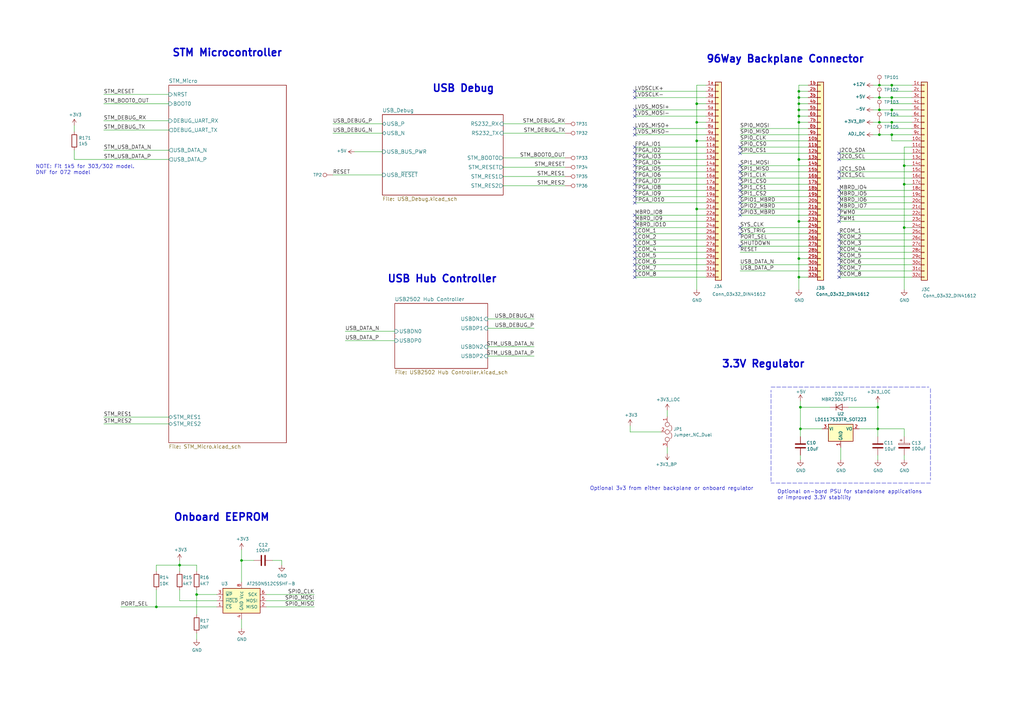
<source format=kicad_sch>
(kicad_sch (version 20211123) (generator eeschema)
  (paper "A3")
  (title_block (title "HILTOP Board Template Design") (date "2022-11-03") (company "Devtank Ltd"))
  (lib_symbols
    (symbol "Devtank:+3V3_BP" (power) (pin_names (offset 0))
      (property "Value" "+3V3_BP" (at 0 3.556 0))
      (symbol "+3V3_BP_1_1"
        (pin power_in line (at 0 0 90) (length 0) hide (name "+3V3_BP") (number "1"))
      )
    )
    (symbol "Devtank:+3V3_LOC" (power) (pin_names (offset 0))
      (property "Value" "+3V3_LOC" (at 0 3.556 0))
      (symbol "+3V3_LOC_1_1"
        (pin power_in line (at 0 0 90) (length 0) hide (name "+3V3_LOC") (number "1"))
      )
    )
    (symbol "Devtank:-5V" (power) (pin_names (offset 0))
      (property "Value" "-5V" (at 0 3.556 0))
      (symbol "-5V_1_1"
        (pin power_in line (at 0 0 90) (length 0) hide (name "-5V") (number "1"))
      )
    )
    (symbol "Devtank:ADJ_DC" (power) (pin_names (offset 0))
      (property "Value" "ADJ_DC" (at 0 3.556 0))
      (symbol "ADJ_DC_1_1"
        (pin power_in line (at 0 0 90) (length 0) hide (name "ADJ_DC") (number "1"))
      )
    )
    (symbol "Sensi_Board-rescue:AT25_EEPROM-memory" (pin_names (offset 1.016))
      (property "Reference" "U" (at -7.62 6.35 0))
      (property "Value" "AT25_EEPROM-memory" (at 1.27 6.35 0))
      (symbol "AT25_EEPROM-memory_1_1"
        (pin input line (at -10.16 -2.54 0) (length 2.54) (name "~{CS}") (number "1"))
        (pin input line (at 10.16 -2.54 180) (length 2.54) (name "MISO") (number "2"))
        (pin input line (at -10.16 2.54 0) (length 2.54) (name "~{WP}") (number "3"))
        (pin power_in line (at 0 -7.62 90) (length 2.54) (name "GND") (number "4"))
        (pin input line (at 10.16 0 180) (length 2.54) (name "MOSI") (number "5"))
        (pin input line (at 10.16 2.54 180) (length 2.54) (name "SCK") (number "6"))
        (pin input line (at -10.16 0 0) (length 2.54) (name "~{HOLD}") (number "7"))
        (pin power_in line (at 0 7.62 270) (length 2.54) (name "Vcc") (number "8"))
      )
    )
    (symbol "Sensi_Board-rescue:C-device" (pin_numbers hide) (pin_names (offset 0.254))
      (property "Reference" "C" (at 0.635 2.54 0))
      (property "Value" "C-device" (at 0.635 -2.54 0))
      (symbol "C-device_1_1"
        (pin passive line (at 0 3.81 270) (length 2.794) (name "~") (number "1"))
        (pin passive line (at 0 -3.81 90) (length 2.794) (name "~") (number "2"))
      )
    )
    (symbol "Sensi_Board-rescue:CP-device" (pin_numbers hide) (pin_names (offset 0.254))
      (property "Reference" "C" (at 0.635 2.54 0))
      (property "Value" "CP-device" (at 0.635 -2.54 0))
      (symbol "CP-device_1_1"
        (pin passive line (at 0 3.81 270) (length 2.794) (name "~") (number "1"))
        (pin passive line (at 0 -3.81 90) (length 2.794) (name "~") (number "2"))
      )
    )
    (symbol "Sensi_Board-rescue:Conn_03x32_DIN41612-Devtank" (pin_names (offset 1.016) hide)
      (property "Reference" "J" (at 0 40.64 0))
      (property "Value" "Conn_03x32_DIN41612-Devtank" (at 0 -43.18 0))
      (symbol "Conn_03x32_DIN41612-Devtank_1_1"
        (pin passive line (at -5.08 15.24 0) (length 3.81) (name "Pin_10") (number "10a"))
        (pin passive line (at -5.08 12.7 0) (length 3.81) (name "Pin_11") (number "11a"))
        (pin passive line (at -5.08 10.16 0) (length 3.81) (name "Pin_12") (number "12a"))
        (pin passive line (at -5.08 7.62 0) (length 3.81) (name "Pin_13") (number "13a"))
        (pin passive line (at -5.08 5.08 0) (length 3.81) (name "Pin_14") (number "14a"))
        (pin passive line (at -5.08 2.54 0) (length 3.81) (name "Pin_15") (number "15a"))
        (pin passive line (at -5.08 0 0) (length 3.81) (name "Pin_16") (number "16a"))
        (pin passive line (at -5.08 -2.54 0) (length 3.81) (name "Pin_17") (number "17a"))
        (pin passive line (at -5.08 -5.08 0) (length 3.81) (name "Pin_18") (number "18a"))
        (pin passive line (at -5.08 -7.62 0) (length 3.81) (name "Pin_19") (number "19a"))
        (pin passive line (at -5.08 38.1 0) (length 3.81) (name "Pin_1") (number "1a"))
        (pin passive line (at -5.08 -10.16 0) (length 3.81) (name "Pin_20") (number "20a"))
        (pin passive line (at -5.08 -12.7 0) (length 3.81) (name "Pin_21") (number "21a"))
        (pin passive line (at -5.08 -15.24 0) (length 3.81) (name "Pin_22") (number "22a"))
        (pin passive line (at -5.08 -17.78 0) (length 3.81) (name "Pin_23") (number "23a"))
        (pin passive line (at -5.08 -20.32 0) (length 3.81) (name "Pin_24") (number "24a"))
        (pin passive line (at -5.08 -22.86 0) (length 3.81) (name "Pin_25") (number "25a"))
        (pin passive line (at -5.08 -25.4 0) (length 3.81) (name "Pin_26") (number "26a"))
        (pin passive line (at -5.08 -27.94 0) (length 3.81) (name "Pin_27") (number "27a"))
        (pin passive line (at -5.08 -30.48 0) (length 3.81) (name "Pin_28") (number "28a"))
        (pin passive line (at -5.08 -33.02 0) (length 3.81) (name "Pin_29") (number "29a"))
        (pin passive line (at -5.08 35.56 0) (length 3.81) (name "Pin_2") (number "2a"))
        (pin passive line (at -5.08 -35.56 0) (length 3.81) (name "Pin_30") (number "30a"))
        (pin passive line (at -5.08 -38.1 0) (length 3.81) (name "Pin_31") (number "31a"))
        (pin passive line (at -5.08 -40.64 0) (length 3.81) (name "Pin_32") (number "32a"))
        (pin passive line (at -5.08 33.02 0) (length 3.81) (name "Pin_3") (number "3a"))
        (pin passive line (at -5.08 30.48 0) (length 3.81) (name "Pin_4") (number "4a"))
        (pin passive line (at -5.08 27.94 0) (length 3.81) (name "Pin_5") (number "5a"))
        (pin passive line (at -5.08 25.4 0) (length 3.81) (name "Pin_6") (number "6a"))
        (pin passive line (at -5.08 22.86 0) (length 3.81) (name "Pin_7") (number "7a"))
        (pin passive line (at -5.08 20.32 0) (length 3.81) (name "Pin_8") (number "8a"))
        (pin passive line (at -5.08 17.78 0) (length 3.81) (name "Pin_9") (number "9a"))
      )
      (symbol "Conn_03x32_DIN41612-Devtank_2_1"
        (pin passive line (at -5.08 15.24 0) (length 3.81) (name "Pin_10") (number "10b"))
        (pin passive line (at -5.08 12.7 0) (length 3.81) (name "Pin_11") (number "11b"))
        (pin passive line (at -5.08 10.16 0) (length 3.81) (name "Pin_12") (number "12b"))
        (pin passive line (at -5.08 7.62 0) (length 3.81) (name "Pin_13") (number "13b"))
        (pin passive line (at -5.08 5.08 0) (length 3.81) (name "Pin_14") (number "14b"))
        (pin passive line (at -5.08 2.54 0) (length 3.81) (name "Pin_15") (number "15b"))
        (pin passive line (at -5.08 0 0) (length 3.81) (name "Pin_16") (number "16b"))
        (pin passive line (at -5.08 -2.54 0) (length 3.81) (name "Pin_17") (number "17b"))
        (pin passive line (at -5.08 -5.08 0) (length 3.81) (name "Pin_18") (number "18b"))
        (pin passive line (at -5.08 -7.62 0) (length 3.81) (name "Pin_19") (number "19b"))
        (pin passive line (at -5.08 38.1 0) (length 3.81) (name "Pin_1") (number "1b"))
        (pin passive line (at -5.08 -10.16 0) (length 3.81) (name "Pin_20") (number "20b"))
        (pin passive line (at -5.08 -12.7 0) (length 3.81) (name "Pin_21") (number "21b"))
        (pin passive line (at -5.08 -15.24 0) (length 3.81) (name "Pin_22") (number "22b"))
        (pin passive line (at -5.08 -17.78 0) (length 3.81) (name "Pin_23") (number "23b"))
        (pin passive line (at -5.08 -20.32 0) (length 3.81) (name "Pin_24") (number "24b"))
        (pin passive line (at -5.08 -22.86 0) (length 3.81) (name "Pin_25") (number "25b"))
        (pin passive line (at -5.08 -25.4 0) (length 3.81) (name "Pin_26") (number "26b"))
        (pin passive line (at -5.08 -27.94 0) (length 3.81) (name "Pin_27") (number "27b"))
        (pin passive line (at -5.08 -30.48 0) (length 3.81) (name "Pin_28") (number "28b"))
        (pin passive line (at -5.08 -33.02 0) (length 3.81) (name "Pin_29") (number "29b"))
        (pin passive line (at -5.08 35.56 0) (length 3.81) (name "Pin_2") (number "2b"))
        (pin passive line (at -5.08 -35.56 0) (length 3.81) (name "Pin_30") (number "30b"))
        (pin passive line (at -5.08 -38.1 0) (length 3.81) (name "Pin_31") (number "31b"))
        (pin passive line (at -5.08 -40.64 0) (length 3.81) (name "Pin_32") (number "32b"))
        (pin passive line (at -5.08 33.02 0) (length 3.81) (name "Pin_3") (number "3b"))
        (pin passive line (at -5.08 30.48 0) (length 3.81) (name "Pin_4") (number "4b"))
        (pin passive line (at -5.08 27.94 0) (length 3.81) (name "Pin_5") (number "5b"))
        (pin passive line (at -5.08 25.4 0) (length 3.81) (name "Pin_6") (number "6b"))
        (pin passive line (at -5.08 22.86 0) (length 3.81) (name "Pin_7") (number "7b"))
        (pin passive line (at -5.08 20.32 0) (length 3.81) (name "Pin_8") (number "8b"))
        (pin passive line (at -5.08 17.78 0) (length 3.81) (name "Pin_9") (number "9b"))
      )
      (symbol "Conn_03x32_DIN41612-Devtank_3_1"
        (pin passive line (at -5.08 15.24 0) (length 3.81) (name "Pin_10") (number "10c"))
        (pin passive line (at -5.08 12.7 0) (length 3.81) (name "Pin_11") (number "11c"))
        (pin passive line (at -5.08 10.16 0) (length 3.81) (name "Pin_12") (number "12c"))
        (pin passive line (at -5.08 7.62 0) (length 3.81) (name "Pin_13") (number "13c"))
        (pin passive line (at -5.08 5.08 0) (length 3.81) (name "Pin_14") (number "14c"))
        (pin passive line (at -5.08 2.54 0) (length 3.81) (name "Pin_15") (number "15c"))
        (pin passive line (at -5.08 0 0) (length 3.81) (name "Pin_16") (number "16c"))
        (pin passive line (at -5.08 -2.54 0) (length 3.81) (name "Pin_17") (number "17c"))
        (pin passive line (at -5.08 -5.08 0) (length 3.81) (name "Pin_18") (number "18c"))
        (pin passive line (at -5.08 -7.62 0) (length 3.81) (name "Pin_19") (number "19c"))
        (pin passive line (at -5.08 38.1 0) (length 3.81) (name "Pin_1") (number "1c"))
        (pin passive line (at -5.08 -10.16 0) (length 3.81) (name "Pin_20") (number "20c"))
        (pin passive line (at -5.08 -12.7 0) (length 3.81) (name "Pin_21") (number "21c"))
        (pin passive line (at -5.08 -15.24 0) (length 3.81) (name "Pin_22") (number "22c"))
        (pin passive line (at -5.08 -17.78 0) (length 3.81) (name "Pin_23") (number "23c"))
        (pin passive line (at -5.08 -20.32 0) (length 3.81) (name "Pin_24") (number "24c"))
        (pin passive line (at -5.08 -22.86 0) (length 3.81) (name "Pin_25") (number "25c"))
        (pin passive line (at -5.08 -25.4 0) (length 3.81) (name "Pin_26") (number "26c"))
        (pin passive line (at -5.08 -27.94 0) (length 3.81) (name "Pin_27") (number "27c"))
        (pin passive line (at -5.08 -30.48 0) (length 3.81) (name "Pin_28") (number "28c"))
        (pin passive line (at -5.08 -33.02 0) (length 3.81) (name "Pin_29") (number "29c"))
        (pin passive line (at -5.08 35.56 0) (length 3.81) (name "Pin_2") (number "2c"))
        (pin passive line (at -5.08 -35.56 0) (length 3.81) (name "Pin_30") (number "30c"))
        (pin passive line (at -5.08 -38.1 0) (length 3.81) (name "Pin_31") (number "31c"))
        (pin passive line (at -5.08 -40.64 0) (length 3.81) (name "Pin_32") (number "32c"))
        (pin passive line (at -5.08 33.02 0) (length 3.81) (name "Pin_3") (number "3c"))
        (pin passive line (at -5.08 30.48 0) (length 3.81) (name "Pin_4") (number "4c"))
        (pin passive line (at -5.08 27.94 0) (length 3.81) (name "Pin_5") (number "5c"))
        (pin passive line (at -5.08 25.4 0) (length 3.81) (name "Pin_6") (number "6c"))
        (pin passive line (at -5.08 22.86 0) (length 3.81) (name "Pin_7") (number "7c"))
        (pin passive line (at -5.08 20.32 0) (length 3.81) (name "Pin_8") (number "8c"))
        (pin passive line (at -5.08 17.78 0) (length 3.81) (name "Pin_9") (number "9c"))
      )
    )
    (symbol "Sensi_Board-rescue:D-device" (pin_numbers hide) (pin_names (offset 1.016) hide)
      (property "Reference" "D" (at 0 2.54 0))
      (property "Value" "D-device" (at 0 -2.54 0))
      (symbol "D-device_1_1"
        (pin passive line (at -3.81 0 0) (length 2.54) (name "K") (number "1"))
        (pin passive line (at 3.81 0 180) (length 2.54) (name "A") (number "2"))
      )
    )
    (symbol "Sensi_Board-rescue:Jumper_NC_Dual-device" (pin_names (offset 0.762) hide)
      (property "Reference" "JP" (at 1.27 -2.54 0))
      (property "Value" "Jumper_NC_Dual-device" (at 0 2.54 0))
      (symbol "Jumper_NC_Dual-device_0_1"
        (pin passive line (at -6.35 0 0) (length 2.413) (name "1") (number "1"))
        (pin passive line (at 0 -2.54 90) (length 1.524) (name "2") (number "2"))
        (pin passive line (at 6.35 0 180) (length 2.413) (name "3") (number "3"))
      )
    )
    (symbol "Sensi_Board-rescue:LD1117S33TR_SOT223-regul" (pin_names (offset 0.254))
      (property "Reference" "U" (at -3.81 3.175 0))
      (property "Value" "LD1117S33TR_SOT223-regul" (at 0 3.175 0))
      (symbol "LD1117S33TR_SOT223-regul_1_1"
        (pin power_in line (at 0 -7.62 90) (length 2.54) (name "GND") (number "1"))
        (pin passive line (at 7.62 0 180) (length 2.54) (name "VO") (number "2"))
        (pin power_in line (at -7.62 0 0) (length 2.54) (name "VI") (number "3"))
      )
    )
    (symbol "Sensi_Board-rescue:R-device" (pin_numbers hide) (pin_names (offset 0))
      (property "Reference" "R" (at 2.032 0 90))
      (property "Value" "R-device" (at 0 0 90))
      (symbol "R-device_1_1"
        (pin passive line (at 0 3.81 270) (length 1.27) (name "~") (number "1"))
        (pin passive line (at 0 -3.81 90) (length 1.27) (name "~") (number "2"))
      )
    )
    (symbol "Sensi_Board-rescue:Test_Point-Connector" (pin_numbers hide) (pin_names (offset 0.762) hide)
      (property "Reference" "TP" (at 0 6.858 0))
      (property "Value" "Test_Point-Connector" (at 0 5.08 0))
      (symbol "Test_Point-Connector_1_1"
        (pin passive line (at 0 0 90) (length 2.54) (name "1") (number "1"))
      )
    )
    (symbol "power:+12V" (power) (pin_names (offset 0))
      (property "Value" "+12V" (at 0 3.556 0))
      (symbol "+12V_1_1"
        (pin power_in line (at 0 0 90) (length 0) hide (name "+12V") (number "1"))
      )
    )
    (symbol "power:+3V3" (power) (pin_names (offset 0))
      (property "Value" "+3V3" (at 0 3.556 0))
      (symbol "+3V3_1_1"
        (pin power_in line (at 0 0 90) (length 0) hide (name "+3V3") (number "1"))
      )
    )
    (symbol "power:+5V" (power) (pin_names (offset 0))
      (property "Value" "+5V" (at 0 3.556 0))
      (symbol "+5V_1_1"
        (pin power_in line (at 0 0 90) (length 0) hide (name "+5V") (number "1"))
      )
    )
    (symbol "power:GND" (power) (pin_names (offset 0))
      (property "Value" "GND" (at 0 -3.81 0))
      (symbol "GND_1_1"
        (pin power_in line (at 0 0 270) (length 0) hide (name "GND") (number "1"))
      )
    )
    (symbol "power:PWR_FLAG" (power) (pin_numbers hide) (pin_names (offset 0) hide)
      (property "Value" "PWR_FLAG" (at 0 3.81 0))
      (symbol "PWR_FLAG_0_0"
        (pin power_out line (at 0 0 90) (length 0) (name "pwr") (number "1"))
      )
    )
  )
  (junction (at 285.75 50.165))
  (junction (at 327.66 42.545))
  (junction (at 360.68 45.085))
  (junction (at 365.76 34.925))
  (junction (at 327.66 45.085))
  (junction (at 365.76 55.245))
  (junction (at 327.66 65.405))
  (junction (at 370.84 67.945))
  (junction (at 327.66 47.625))
  (junction (at 99.06 229.87))
  (junction (at 360.045 175.895))
  (junction (at 360.68 50.165))
  (junction (at 327.66 106.045))
  (junction (at 328.295 175.895))
  (junction (at 360.68 34.925))
  (junction (at 285.75 42.545))
  (junction (at 365.76 40.005))
  (junction (at 327.66 90.805))
  (junction (at 365.76 50.165))
  (junction (at 370.84 93.345))
  (junction (at 327.66 113.665))
  (junction (at 360.68 40.005))
  (junction (at 370.84 75.565))
  (junction (at 285.75 85.725))
  (junction (at 73.66 231.775))
  (junction (at 327.66 40.005))
  (junction (at 360.045 167.005))
  (junction (at 327.66 50.165))
  (junction (at 327.66 37.465))
  (junction (at 80.645 243.84))
  (junction (at 64.135 248.92))
  (junction (at 328.295 167.005))
  (junction (at 285.75 57.785))
  (junction (at 365.76 45.085))
  (junction (at 360.68 55.245))
  (no_connect (at 260.35 55.245))
  (no_connect (at 303.53 85.725))
  (no_connect (at 303.53 80.645))
  (no_connect (at 303.53 100.965))
  (no_connect (at 260.35 93.345))
  (no_connect (at 260.35 98.425))
  (no_connect (at 260.35 108.585))
  (no_connect (at 260.35 65.405))
  (no_connect (at 260.35 52.705))
  (no_connect (at 344.17 70.485))
  (no_connect (at 303.53 78.105))
  (no_connect (at 344.17 103.505))
  (no_connect (at 260.35 70.485))
  (no_connect (at 303.53 95.885))
  (no_connect (at 303.53 83.185))
  (no_connect (at 344.17 83.185))
  (no_connect (at 344.17 113.665))
  (no_connect (at 303.53 93.345))
  (no_connect (at 344.17 78.105))
  (no_connect (at 303.53 67.945))
  (no_connect (at 260.35 113.665))
  (no_connect (at 344.17 73.025))
  (no_connect (at 260.35 95.885))
  (no_connect (at 303.53 73.025))
  (no_connect (at 260.35 88.265))
  (no_connect (at 344.17 85.725))
  (no_connect (at 260.35 90.805))
  (no_connect (at 260.35 60.325))
  (no_connect (at 260.35 73.025))
  (no_connect (at 260.35 37.465))
  (no_connect (at 260.35 100.965))
  (no_connect (at 260.35 47.625))
  (no_connect (at 303.53 60.325))
  (no_connect (at 260.35 103.505))
  (no_connect (at 260.35 106.045))
  (no_connect (at 260.35 40.005))
  (no_connect (at 344.17 80.645))
  (no_connect (at 260.35 111.125))
  (no_connect (at 303.53 88.265))
  (no_connect (at 344.17 100.965))
  (no_connect (at 260.35 78.105))
  (no_connect (at 260.35 67.945))
  (no_connect (at 344.17 65.405))
  (no_connect (at 344.17 95.885))
  (no_connect (at 344.17 106.045))
  (no_connect (at 303.53 75.565))
  (no_connect (at 344.17 90.805))
  (no_connect (at 260.35 83.185))
  (no_connect (at 260.35 80.645))
  (no_connect (at 260.35 45.085))
  (no_connect (at 303.53 70.485))
  (no_connect (at 344.17 88.265))
  (no_connect (at 260.35 62.865))
  (no_connect (at 260.35 75.565))
  (no_connect (at 344.17 62.865))
  (no_connect (at 344.17 111.125))
  (no_connect (at 344.17 108.585))
  (no_connect (at 344.17 98.425))
  (no_connect (at 303.53 62.865))
  (wire (pts (xy 360.68 40.005) (xy 365.76 40.005)))
  (wire (pts (xy 30.48 53.975) (xy 30.48 51.435)))
  (wire (pts (xy 374.015 57.785) (xy 365.76 57.785)))
  (wire (pts (xy 80.645 234.315) (xy 80.645 231.775)))
  (wire (pts (xy 260.35 83.185) (xy 289.56 83.185)))
  (wire (pts (xy 327.66 106.045) (xy 327.66 113.665)))
  (wire (pts (xy 200.025 130.81) (xy 219.075 130.81)))
  (wire (pts (xy 340.36 167.005) (xy 328.295 167.005)))
  (wire (pts (xy 206.375 64.77) (xy 231.775 64.77)))
  (wire (pts (xy 374.015 95.885) (xy 344.17 95.885)))
  (polyline (pts (xy 381.635 159.385) (xy 381.635 196.85)))
  (wire (pts (xy 289.56 45.085) (xy 260.35 45.085)))
  (wire (pts (xy 370.84 67.945) (xy 370.84 60.325)))
  (wire (pts (xy 303.53 85.725) (xy 331.47 85.725)))
  (wire (pts (xy 303.53 100.965) (xy 331.47 100.965)))
  (wire (pts (xy 370.84 60.325) (xy 374.015 60.325)))
  (polyline (pts (xy 316.23 197.485) (xy 316.23 160.02)))
  (wire (pts (xy 289.56 37.465) (xy 260.35 37.465)))
  (wire (pts (xy 69.215 49.53) (xy 42.545 49.53)))
  (wire (pts (xy 331.47 47.625) (xy 327.66 47.625)))
  (wire (pts (xy 374.015 55.245) (xy 365.76 55.245)))
  (wire (pts (xy 344.17 113.665) (xy 374.015 113.665)))
  (wire (pts (xy 328.295 164.465) (xy 328.295 167.005)))
  (wire (pts (xy 80.645 252.095) (xy 80.645 243.84)))
  (wire (pts (xy 30.48 65.405) (xy 30.48 61.595)))
  (wire (pts (xy 303.53 93.345) (xy 331.47 93.345)))
  (wire (pts (xy 352.425 175.895) (xy 360.045 175.895)))
  (wire (pts (xy 374.015 45.085) (xy 365.76 45.085)))
  (wire (pts (xy 258.445 177.165) (xy 271.145 177.165)))
  (wire (pts (xy 289.56 40.005) (xy 260.35 40.005)))
  (wire (pts (xy 99.06 257.81) (xy 99.06 254)))
  (wire (pts (xy 370.84 188.595) (xy 370.84 186.69)))
  (wire (pts (xy 104.14 229.87) (xy 99.06 229.87)))
  (wire (pts (xy 331.47 37.465) (xy 327.66 37.465)))
  (wire (pts (xy 344.17 98.425) (xy 374.015 98.425)))
  (wire (pts (xy 303.53 98.425) (xy 331.47 98.425)))
  (wire (pts (xy 360.045 179.07) (xy 360.045 175.895)))
  (wire (pts (xy 327.66 40.005) (xy 327.66 42.545)))
  (wire (pts (xy 365.76 47.625) (xy 365.76 45.085)))
  (wire (pts (xy 303.53 103.505) (xy 331.47 103.505)))
  (wire (pts (xy 200.025 142.24) (xy 219.075 142.24)))
  (wire (pts (xy 273.685 168.275) (xy 273.685 170.815)))
  (wire (pts (xy 365.76 37.465) (xy 365.76 34.925)))
  (wire (pts (xy 303.53 57.785) (xy 331.47 57.785)))
  (wire (pts (xy 328.295 175.895) (xy 337.185 175.895)))
  (wire (pts (xy 289.56 50.165) (xy 285.75 50.165)))
  (wire (pts (xy 347.98 167.005) (xy 360.045 167.005)))
  (wire (pts (xy 365.76 55.245) (xy 360.68 55.245)))
  (wire (pts (xy 260.35 98.425) (xy 289.56 98.425)))
  (wire (pts (xy 285.75 85.725) (xy 285.75 118.745)))
  (wire (pts (xy 374.015 90.805) (xy 344.17 90.805)))
  (wire (pts (xy 360.68 34.925) (xy 365.76 34.925)))
  (wire (pts (xy 365.76 52.705) (xy 365.76 50.165)))
  (wire (pts (xy 289.56 95.885) (xy 260.35 95.885)))
  (polyline (pts (xy 381.635 198.12) (xy 316.23 198.12)))
  (wire (pts (xy 374.015 50.165) (xy 365.76 50.165)))
  (wire (pts (xy 303.53 83.185) (xy 331.47 83.185)))
  (wire (pts (xy 260.35 70.485) (xy 289.56 70.485)))
  (wire (pts (xy 64.135 231.775) (xy 73.66 231.775)))
  (wire (pts (xy 145.415 62.23) (xy 156.845 62.23)))
  (wire (pts (xy 80.645 243.84) (xy 80.645 241.935)))
  (wire (pts (xy 374.015 42.545) (xy 365.76 42.545)))
  (wire (pts (xy 200.025 146.05) (xy 219.075 146.05)))
  (wire (pts (xy 331.47 50.165) (xy 327.66 50.165)))
  (wire (pts (xy 285.75 34.925) (xy 285.75 42.545)))
  (wire (pts (xy 260.35 65.405) (xy 289.56 65.405)))
  (wire (pts (xy 327.66 50.165) (xy 327.66 65.405)))
  (wire (pts (xy 303.53 55.245) (xy 331.47 55.245)))
  (wire (pts (xy 69.215 42.545) (xy 42.545 42.545)))
  (wire (pts (xy 99.06 225.425) (xy 99.06 229.87)))
  (wire (pts (xy 42.545 171.069) (xy 69.215 171.069)))
  (wire (pts (xy 289.56 55.245) (xy 260.35 55.245)))
  (wire (pts (xy 289.56 34.925) (xy 285.75 34.925)))
  (wire (pts (xy 360.68 50.165) (xy 358.14 50.165)))
  (wire (pts (xy 99.06 229.87) (xy 99.06 238.76)))
  (wire (pts (xy 206.375 72.39) (xy 231.775 72.39)))
  (wire (pts (xy 258.445 174.625) (xy 258.445 177.165)))
  (wire (pts (xy 370.84 93.345) (xy 370.84 75.565)))
  (wire (pts (xy 331.47 65.405) (xy 327.66 65.405)))
  (wire (pts (xy 289.56 108.585) (xy 260.35 108.585)))
  (wire (pts (xy 327.66 65.405) (xy 327.66 90.805)))
  (wire (pts (xy 303.53 52.705) (xy 331.47 52.705)))
  (wire (pts (xy 303.53 95.885) (xy 331.47 95.885)))
  (wire (pts (xy 64.135 241.935) (xy 64.135 248.92)))
  (wire (pts (xy 260.35 67.945) (xy 289.56 67.945)))
  (wire (pts (xy 88.9 243.84) (xy 80.645 243.84)))
  (wire (pts (xy 370.84 175.895) (xy 360.045 175.895)))
  (wire (pts (xy 161.925 139.7) (xy 141.605 139.7)))
  (wire (pts (xy 331.47 45.085) (xy 327.66 45.085)))
  (wire (pts (xy 109.22 246.38) (xy 128.905 246.38)))
  (wire (pts (xy 260.35 47.625) (xy 289.56 47.625)))
  (wire (pts (xy 327.66 37.465) (xy 327.66 40.005)))
  (wire (pts (xy 344.17 62.865) (xy 374.015 62.865)))
  (wire (pts (xy 365.76 42.545) (xy 365.76 40.005)))
  (wire (pts (xy 374.015 75.565) (xy 370.84 75.565)))
  (wire (pts (xy 80.645 262.255) (xy 80.645 259.715)))
  (wire (pts (xy 156.845 54.61) (xy 136.525 54.61)))
  (wire (pts (xy 370.84 75.565) (xy 370.84 67.945)))
  (wire (pts (xy 328.295 179.07) (xy 328.295 175.895)))
  (wire (pts (xy 365.76 45.085) (xy 360.68 45.085)))
  (wire (pts (xy 289.56 90.805) (xy 260.35 90.805)))
  (wire (pts (xy 374.015 88.265) (xy 344.17 88.265)))
  (wire (pts (xy 374.015 37.465) (xy 365.76 37.465)))
  (wire (pts (xy 285.75 50.165) (xy 285.75 57.785)))
  (wire (pts (xy 109.22 248.92) (xy 128.905 248.92)))
  (wire (pts (xy 327.66 90.805) (xy 327.66 106.045)))
  (wire (pts (xy 327.66 113.665) (xy 327.66 118.745)))
  (wire (pts (xy 260.35 80.645) (xy 289.56 80.645)))
  (wire (pts (xy 49.53 248.92) (xy 64.135 248.92)))
  (wire (pts (xy 289.56 57.785) (xy 285.75 57.785)))
  (wire (pts (xy 331.47 113.665) (xy 327.66 113.665)))
  (wire (pts (xy 260.35 78.105) (xy 289.56 78.105)))
  (wire (pts (xy 69.215 38.735) (xy 42.545 38.735)))
  (wire (pts (xy 374.015 85.725) (xy 344.17 85.725)))
  (wire (pts (xy 374.015 52.705) (xy 365.76 52.705)))
  (wire (pts (xy 64.135 234.315) (xy 64.135 231.775)))
  (wire (pts (xy 365.76 34.925) (xy 374.015 34.925)))
  (wire (pts (xy 327.66 42.545) (xy 327.66 45.085)))
  (wire (pts (xy 289.56 85.725) (xy 285.75 85.725)))
  (wire (pts (xy 42.545 61.595) (xy 69.215 61.595)))
  (wire (pts (xy 115.57 231.775) (xy 115.57 229.87)))
  (wire (pts (xy 358.14 34.925) (xy 360.68 34.925)))
  (wire (pts (xy 331.47 106.045) (xy 327.66 106.045)))
  (wire (pts (xy 303.53 108.585) (xy 331.47 108.585)))
  (wire (pts (xy 69.215 53.34) (xy 42.545 53.34)))
  (wire (pts (xy 360.045 167.005) (xy 360.045 165.1)))
  (wire (pts (xy 73.66 231.775) (xy 73.66 234.315)))
  (wire (pts (xy 374.015 70.485) (xy 344.17 70.485)))
  (wire (pts (xy 360.045 175.895) (xy 360.045 167.005)))
  (wire (pts (xy 331.47 42.545) (xy 327.66 42.545)))
  (wire (pts (xy 331.47 90.805) (xy 327.66 90.805)))
  (wire (pts (xy 303.53 78.105) (xy 331.47 78.105)))
  (wire (pts (xy 206.375 76.2) (xy 231.775 76.2)))
  (wire (pts (xy 260.35 75.565) (xy 289.56 75.565)))
  (wire (pts (xy 374.015 40.005) (xy 365.76 40.005)))
  (wire (pts (xy 285.75 42.545) (xy 285.75 50.165)))
  (wire (pts (xy 365.76 57.785) (xy 365.76 55.245)))
  (wire (pts (xy 303.53 70.485) (xy 331.47 70.485)))
  (wire (pts (xy 360.68 45.085) (xy 358.14 45.085)))
  (wire (pts (xy 206.375 54.61) (xy 231.775 54.61)))
  (wire (pts (xy 289.56 103.505) (xy 260.35 103.505)))
  (wire (pts (xy 358.14 40.005) (xy 360.68 40.005)))
  (wire (pts (xy 156.845 71.755) (xy 136.525 71.755)))
  (wire (pts (xy 289.56 113.665) (xy 260.35 113.665)))
  (wire (pts (xy 73.66 246.38) (xy 88.9 246.38)))
  (polyline (pts (xy 316.23 158.75) (xy 381 158.75)))
  (wire (pts (xy 289.56 42.545) (xy 285.75 42.545)))
  (wire (pts (xy 374.015 93.345) (xy 370.84 93.345)))
  (wire (pts (xy 303.53 75.565) (xy 331.47 75.565)))
  (wire (pts (xy 344.17 106.045) (xy 374.015 106.045)))
  (wire (pts (xy 365.76 50.165) (xy 360.68 50.165)))
  (wire (pts (xy 327.66 47.625) (xy 327.66 50.165)))
  (wire (pts (xy 73.66 241.935) (xy 73.66 246.38)))
  (wire (pts (xy 260.35 62.865) (xy 289.56 62.865)))
  (wire (pts (xy 206.375 68.58) (xy 231.775 68.58)))
  (wire (pts (xy 344.17 108.585) (xy 374.015 108.585)))
  (wire (pts (xy 328.295 186.69) (xy 328.295 188.595)))
  (wire (pts (xy 109.22 243.84) (xy 128.905 243.84)))
  (wire (pts (xy 161.925 135.89) (xy 141.605 135.89)))
  (wire (pts (xy 64.135 248.92) (xy 88.9 248.92)))
  (wire (pts (xy 73.66 229.87) (xy 73.66 231.775)))
  (wire (pts (xy 303.53 60.325) (xy 331.47 60.325)))
  (wire (pts (xy 344.17 73.025) (xy 374.015 73.025)))
  (wire (pts (xy 289.56 106.045) (xy 260.35 106.045)))
  (wire (pts (xy 303.53 67.945) (xy 331.47 67.945)))
  (wire (pts (xy 374.015 78.105) (xy 344.17 78.105)))
  (wire (pts (xy 289.56 93.345) (xy 260.35 93.345)))
  (wire (pts (xy 344.805 188.595) (xy 344.805 183.515)))
  (wire (pts (xy 370.84 118.745) (xy 370.84 93.345)))
  (wire (pts (xy 374.015 47.625) (xy 365.76 47.625)))
  (wire (pts (xy 285.75 57.785) (xy 285.75 85.725)))
  (wire (pts (xy 80.645 231.775) (xy 73.66 231.775)))
  (wire (pts (xy 289.56 111.125) (xy 260.35 111.125)))
  (wire (pts (xy 374.015 83.185) (xy 344.17 83.185)))
  (wire (pts (xy 289.56 88.265) (xy 260.35 88.265)))
  (wire (pts (xy 303.53 88.265) (xy 331.47 88.265)))
  (wire (pts (xy 327.66 34.925) (xy 327.66 37.465)))
  (wire (pts (xy 344.17 111.125) (xy 374.015 111.125)))
  (wire (pts (xy 303.53 111.125) (xy 331.47 111.125)))
  (wire (pts (xy 374.015 67.945) (xy 370.84 67.945)))
  (wire (pts (xy 360.045 186.69) (xy 360.045 188.595)))
  (wire (pts (xy 360.68 55.245) (xy 358.14 55.245)))
  (wire (pts (xy 303.53 73.025) (xy 331.47 73.025)))
  (wire (pts (xy 260.35 52.705) (xy 289.56 52.705)))
  (wire (pts (xy 370.84 179.07) (xy 370.84 175.895)))
  (wire (pts (xy 260.35 60.325) (xy 289.56 60.325)))
  (wire (pts (xy 206.375 50.8) (xy 231.775 50.8)))
  (wire (pts (xy 30.48 65.405) (xy 69.215 65.405)))
  (wire (pts (xy 42.545 173.863) (xy 69.215 173.863)))
  (wire (pts (xy 111.76 229.87) (xy 115.57 229.87)))
  (wire (pts (xy 273.685 183.515) (xy 273.685 186.055)))
  (wire (pts (xy 331.47 34.925) (xy 327.66 34.925)))
  (wire (pts (xy 303.53 80.645) (xy 331.47 80.645)))
  (wire (pts (xy 200.025 134.62) (xy 219.075 134.62)))
  (wire (pts (xy 260.35 100.965) (xy 289.56 100.965)))
  (wire (pts (xy 344.17 100.965) (xy 374.015 100.965)))
  (wire (pts (xy 328.295 167.005) (xy 328.295 175.895)))
  (wire (pts (xy 331.47 40.005) (xy 327.66 40.005)))
  (wire (pts (xy 374.015 80.645) (xy 344.17 80.645)))
  (wire (pts (xy 344.17 65.405) (xy 374.015 65.405)))
  (wire (pts (xy 303.53 62.865) (xy 331.47 62.865)))
  (wire (pts (xy 156.845 50.8) (xy 136.525 50.8)))
  (wire (pts (xy 260.35 73.025) (xy 289.56 73.025)))
  (wire (pts (xy 344.17 103.505) (xy 374.015 103.505)))
  (wire (pts (xy 327.66 45.085) (xy 327.66 47.625)))
  (text "USB Debug" (at 177.165 38.1 0) (effects (font (size 2.9972 2.9972) (thickness 0.5994) bold) (justify left bottom)))
  (text "96Way Backplane Connector" (at 289.56 26.035 0) (effects (font (size 2.9972 2.9972) (thickness 0.5994) bold) (justify left bottom)))
  (text "Optional on-bord PSU for standalone applications\nor improved 3.3V stability" (at 318.77 205.105 0) (effects (font (size 1.524 1.524)) (justify left bottom)))
  (text "Onboard EEPROM\n" (at 71.12 213.995 0) (effects (font (size 2.9972 2.9972) (thickness 0.5994) bold) (justify left bottom)))
  (text "USB Hub Controller" (at 158.75 116.205 0) (effects (font (size 2.9972 2.9972) (thickness 0.5994) bold) (justify left bottom)))
  (text "NOTE: Fit 1k5 for 303/302 model. \nDNF for 072 model" (at 14.605 71.755 0) (effects (font (size 1.524 1.524)) (justify left bottom)))
  (text "STM Microcontroller\n" (at 70.485 23.495 0) (effects (font (size 2.9972 2.9972) (thickness 0.5994) bold) (justify left bottom)))
  (text "Optional 3v3 from either backplane or onboard regulator" (at 241.935 201.295 0) (effects (font (size 1.524 1.524)) (justify left bottom)))
  (text "3.3V Regulator\n" (at 295.91 151.13 0) (effects (font (size 2.9972 2.9972) (thickness 0.5994) bold) (justify left bottom)))
  (label "SPI1_MOSI" (at 303.53 67.945 0) (effects (font (size 1.524 1.524))))
  (label "FPGA_IO4" (at 260.35 67.945 0) (effects (font (size 1.524 1.524))))
  (label "LVDS_MISO-" (at 260.35 55.245 0) (effects (font (size 1.524 1.524))))
  (label "STM_DEBUG_TX" (at 231.775 54.61 180) (effects (font (size 1.524 1.524))))
  (label "STM_BOOT0_OUT" (at 231.775 64.77 180) (effects (font (size 1.524 1.524))))
  (label "GPIO1_MBRD" (at 303.53 83.185 0) (effects (font (size 1.524 1.524))))
  (label "USB_DEBUG_N" (at 136.525 54.61 0) (effects (font (size 1.524 1.524))))
  (label "SPI1_MISO" (at 303.53 70.485 0) (effects (font (size 1.524 1.524))))
  (label "LVDS_MOSI+" (at 260.35 45.085 0) (effects (font (size 1.524 1.524))))
  (label "LCOM_2" (at 260.35 98.425 0) (effects (font (size 1.524 1.524))))
  (label "STM_DEBUG_TX" (at 42.545 53.34 0) (effects (font (size 1.524 1.524))))
  (label "SPI0_CLK" (at 303.53 57.785 0) (effects (font (size 1.524 1.524))))
  (label "FPGA_IO8" (at 260.35 78.105 0) (effects (font (size 1.524 1.524))))
  (label "USB_DEBUG_P" (at 136.525 50.8 0) (effects (font (size 1.524 1.524))))
  (label "USB_DATA_P" (at 141.605 139.7 0) (effects (font (size 1.524 1.524))))
  (label "LVDS_MISO+" (at 260.35 52.705 0) (effects (font (size 1.524 1.524))))
  (label "SPI0_MOSI" (at 128.905 246.38 180) (effects (font (size 1.524 1.524))))
  (label "I2C0_SCL" (at 344.17 65.405 0) (effects (font (size 1.524 1.524))))
  (label "RCOM_7" (at 344.17 111.125 0) (effects (font (size 1.524 1.524))))
  (label "FPGA_IO10" (at 260.35 83.185 0) (effects (font (size 1.524 1.524))))
  (label "LVDSCLK-" (at 260.35 40.005 0) (effects (font (size 1.524 1.524))))
  (label "MBRD_IO7" (at 344.17 85.725 0) (effects (font (size 1.524 1.524))))
  (label "FPGA_IO1" (at 260.35 60.325 0) (effects (font (size 1.524 1.524))))
  (label "MBRD_IO4" (at 344.17 78.105 0) (effects (font (size 1.524 1.524))))
  (label "RCOM_2" (at 344.17 98.425 0) (effects (font (size 1.524 1.524))))
  (label "RESET" (at 136.525 71.755 0) (effects (font (size 1.524 1.524))))
  (label "LCOM_3" (at 260.35 100.965 0) (effects (font (size 1.524 1.524))))
  (label "LCOM_5" (at 260.35 106.045 0) (effects (font (size 1.524 1.524))))
  (label "STM_DEBUG_RX" (at 42.545 49.53 0) (effects (font (size 1.524 1.524))))
  (label "FPGA_IO5" (at 260.35 70.485 0) (effects (font (size 1.524 1.524))))
  (label "RCOM_1" (at 344.17 95.885 0) (effects (font (size 1.524 1.524))))
  (label "SPI1_CLK" (at 303.53 73.025 0) (effects (font (size 1.524 1.524))))
  (label "MBRD_IO5" (at 344.17 80.645 0) (effects (font (size 1.524 1.524))))
  (label "I2C0_SDA" (at 344.17 62.865 0) (effects (font (size 1.524 1.524))))
  (label "SPI0_MISO" (at 128.905 248.92 180) (effects (font (size 1.524 1.524))))
  (label "RESET" (at 303.53 103.505 0) (effects (font (size 1.524 1.524))))
  (label "SHUTDOWN" (at 303.53 100.965 0) (effects (font (size 1.524 1.524))))
  (label "STM_BOOT0_OUT" (at 42.545 42.545 0) (effects (font (size 1.524 1.524))))
  (label "STM_DEBUG_RX" (at 231.775 50.8 180) (effects (font (size 1.524 1.524))))
  (label "STM_RESET" (at 42.545 38.735 0) (effects (font (size 1.524 1.524))))
  (label "STM_USB_DATA_N" (at 219.075 142.24 180) (effects (font (size 1.524 1.524))))
  (label "MBRD_IO10" (at 260.35 93.345 0) (effects (font (size 1.524 1.524))))
  (label "USB_DATA_P" (at 303.53 111.125 0) (effects (font (size 1.524 1.524))))
  (label "RCOM_3" (at 344.17 100.965 0) (effects (font (size 1.524 1.524))))
  (label "LVDSCLK+" (at 260.35 37.465 0) (effects (font (size 1.524 1.524))))
  (label "I2C1_SCL" (at 344.17 73.025 0) (effects (font (size 1.524 1.524))))
  (label "MBRD_IO9" (at 260.35 90.805 0) (effects (font (size 1.524 1.524))))
  (label "RCOM_4" (at 344.17 103.505 0) (effects (font (size 1.524 1.524))))
  (label "LCOM_1" (at 260.35 95.885 0) (effects (font (size 1.524 1.524))))
  (label "STM_USB_DATA_N" (at 42.545 61.595 0) (effects (font (size 1.524 1.524))))
  (label "STM_RES2" (at 231.775 76.2 180) (effects (font (size 1.524 1.524))))
  (label "FPGA_IO9" (at 260.35 80.645 0) (effects (font (size 1.524 1.524))))
  (label "PWM1" (at 344.17 90.805 0) (effects (font (size 1.524 1.524))))
  (label "GPIO2_MBRD" (at 303.53 85.725 0) (effects (font (size 1.524 1.524))))
  (label "SPI0_MISO" (at 303.53 55.245 0) (effects (font (size 1.524 1.524))))
  (label "STM_RES2" (at 42.545 173.863 0) (effects (font (size 1.524 1.524))))
  (label "LCOM_7" (at 260.35 111.125 0) (effects (font (size 1.524 1.524))))
  (label "SPI1_CS0" (at 303.53 75.565 0) (effects (font (size 1.524 1.524))))
  (label "LCOM_8" (at 260.35 113.665 0) (effects (font (size 1.524 1.524))))
  (label "I2C1_SDA" (at 344.17 70.485 0) (effects (font (size 1.524 1.524))))
  (label "LCOM_6" (at 260.35 108.585 0) (effects (font (size 1.524 1.524))))
  (label "USB_DEBUG_N" (at 219.075 130.81 180) (effects (font (size 1.524 1.524))))
  (label "MBRD_IO8" (at 260.35 88.265 0) (effects (font (size 1.524 1.524))))
  (label "RCOM_6" (at 344.17 108.585 0) (effects (font (size 1.524 1.524))))
  (label "STM_RES1" (at 231.775 72.39 180) (effects (font (size 1.524 1.524))))
  (label "LVDS_MOSI-" (at 260.35 47.625 0) (effects (font (size 1.524 1.524))))
  (label "USB_DEBUG_P" (at 219.075 134.62 180) (effects (font (size 1.524 1.524))))
  (label "FPGA_IO7" (at 260.35 75.565 0) (effects (font (size 1.524 1.524))))
  (label "FPGA_IO2" (at 260.35 62.865 0) (effects (font (size 1.524 1.524))))
  (label "SPI0_CLK" (at 128.905 243.84 180) (effects (font (size 1.524 1.524))))
  (label "SPI1_CS1" (at 303.53 78.105 0) (effects (font (size 1.524 1.524))))
  (label "STM_RESET" (at 231.775 68.58 180) (effects (font (size 1.524 1.524))))
  (label "GPIO3_MBRD" (at 303.53 88.265 0) (effects (font (size 1.524 1.524))))
  (label "SPI0_CS0" (at 303.53 60.325 0) (effects (font (size 1.524 1.524))))
  (label "RCOM_8" (at 344.17 113.665 0) (effects (font (size 1.524 1.524))))
  (label "PWM0" (at 344.17 88.265 0) (effects (font (size 1.524 1.524))))
  (label "PORT_SEL" (at 49.53 248.92 0) (effects (font (size 1.524 1.524))))
  (label "FPGA_IO6" (at 260.35 73.025 0) (effects (font (size 1.524 1.524))))
  (label "SPI0_MOSI" (at 303.53 52.705 0) (effects (font (size 1.524 1.524))))
  (label "LCOM_4" (at 260.35 103.505 0) (effects (font (size 1.524 1.524))))
  (label "SPI1_CS2" (at 303.53 80.645 0) (effects (font (size 1.524 1.524))))
  (label "USB_DATA_N" (at 141.605 135.89 0) (effects (font (size 1.524 1.524))))
  (label "PORT_SEL" (at 303.53 98.425 0) (effects (font (size 1.524 1.524))))
  (label "USB_DATA_N" (at 303.53 108.585 0) (effects (font (size 1.524 1.524))))
  (label "SPI0_CS1" (at 303.53 62.865 0) (effects (font (size 1.524 1.524))))
  (label "STM_USB_DATA_P" (at 219.075 146.05 180) (effects (font (size 1.524 1.524))))
  (label "FPGA_IO3" (at 260.35 65.405 0) (effects (font (size 1.524 1.524))))
  (label "STM_USB_DATA_P" (at 42.545 65.405 0) (effects (font (size 1.524 1.524))))
  (label "STM_RES1" (at 42.545 171.069 0) (effects (font (size 1.524 1.524))))
  (label "MBRD_IO6" (at 344.17 83.185 0) (effects (font (size 1.524 1.524))))
  (label "SYS_TRIG" (at 303.53 95.885 0) (effects (font (size 1.524 1.524))))
  (label "RCOM_5" (at 344.17 106.045 0) (effects (font (size 1.524 1.524))))
  (label "SYS_CLK" (at 303.53 93.345 0) (effects (font (size 1.524 1.524))))
  (symbol (lib_id "Sensi_Board-rescue:Conn_03x32_DIN41612-Devtank") (at 294.64 73.025 0) (unit 1)
    (property "Reference" "J3" (at 292.735 117.475 0) (effects (justify left)))
    (property "Value" "Conn_03x32_DIN41612" (at 292.1 120.65 0) (effects (justify left)))
    (property "Footprint" "Devtank_PCB_Lib:Socket_DIN41612-CaseC1-full-Male-96Pin-3rows_correct" (effects hide))
    (property "Devtank" "717-002" (effects hide))
  )
  (symbol (lib_id "Sensi_Board-rescue:Conn_03x32_DIN41612-Devtank") (at 336.55 73.025 0) (unit 2)
    (property "Reference" "J3" (at 334.645 118.11 0) (effects (justify left)))
    (property "Value" "Conn_03x32_DIN41612" (at 334.645 120.65 0) (effects (justify left)))
    (property "Footprint" "Devtank_PCB_Lib:Socket_DIN41612-CaseC1-full-Male-96Pin-3rows_correct" (effects hide))
    (property "Devtank" "717-002" (effects hide))
  )
  (symbol (lib_id "Sensi_Board-rescue:Conn_03x32_DIN41612-Devtank") (at 379.095 73.025 0) (unit 3)
    (property "Reference" "J3" (at 377.825 118.745 0) (effects (justify left)))
    (property "Value" "Conn_03x32_DIN41612" (at 378.46 121.285 0) (effects (justify left)))
    (property "Footprint" "Devtank_PCB_Lib:Socket_DIN41612-CaseC1-full-Male-96Pin-3rows_correct" (effects hide))
    (property "Devtank" "717-002" (effects hide))
  )
  (symbol (lib_id "power:GND") (at 285.75 118.745 0) (unit 1)
    (property "Reference" "#PWR012" (effects hide))
    (property "Value" "GND" (at 285.877 123.1392 0))
  )
  (symbol (lib_id "power:+5V") (at 145.415 62.23 90) (unit 1)
    (property "Reference" "#PWR03" (effects hide))
    (property "Value" "+5V" (at 142.1638 61.849 90) (effects (justify left)))
  )
  (symbol (lib_id "power:GND") (at 327.66 118.745 0) (unit 1)
    (property "Reference" "#PWR014" (effects hide))
    (property "Value" "GND" (at 327.787 123.1392 0))
  )
  (symbol (lib_id "Sensi_Board-rescue:Test_Point-Connector") (at 360.68 34.925 0) (unit 1)
    (property "Reference" "TP101" (at 362.585 31.75 0) (effects (justify left)))
    (property "Value" "Test_Point" (effects hide))
    (property "Footprint" "TestPoint:TestPoint_THTPad_D1.0mm_Drill0.5mm" (effects hide))
  )
  (symbol (lib_id "Sensi_Board-rescue:Test_Point-Connector") (at 360.68 40.005 0) (unit 1)
    (property "Reference" "TP102" (at 362.585 36.83 0) (effects (justify left)))
    (property "Value" "Test_Point" (effects hide))
    (property "Footprint" "TestPoint:TestPoint_THTPad_D1.0mm_Drill0.5mm" (effects hide))
  )
  (symbol (lib_id "Sensi_Board-rescue:Test_Point-Connector") (at 360.68 45.085 0) (unit 1)
    (property "Reference" "TP103" (at 362.585 41.91 0) (effects (justify left)))
    (property "Value" "Test_Point" (effects hide))
    (property "Footprint" "TestPoint:TestPoint_THTPad_D1.0mm_Drill0.5mm" (effects hide))
  )
  (symbol (lib_id "Sensi_Board-rescue:Test_Point-Connector") (at 360.68 50.165 0) (unit 1)
    (property "Reference" "TP104" (at 362.585 46.99 0) (effects (justify left)))
    (property "Value" "Test_Point" (effects hide))
    (property "Footprint" "TestPoint:TestPoint_THTPad_D1.0mm_Drill0.5mm" (effects hide))
  )
  (symbol (lib_id "Sensi_Board-rescue:Test_Point-Connector") (at 360.68 55.245 0) (unit 1)
    (property "Reference" "TP105" (at 362.585 52.07 0) (effects (justify left)))
    (property "Value" "Test_Point" (effects hide))
    (property "Footprint" "TestPoint:TestPoint_THTPad_D1.0mm_Drill0.5mm" (effects hide))
  )
  (symbol (lib_id "Devtank:+3V3_BP") (at 358.14 50.165 90) (unit 1)
    (property "Reference" "#PWR019" (effects hide))
    (property "Value" "+3V3_BP" (at 354.8888 49.784 90) (effects (justify left)))
  )
  (symbol (lib_id "Devtank:ADJ_DC") (at 358.14 55.245 90) (unit 1)
    (property "Reference" "#PWR020" (effects hide))
    (property "Value" "ADJ_DC" (at 354.9142 54.864 90) (effects (justify left)))
  )
  (symbol (lib_id "power:GND") (at 370.84 118.745 0) (unit 1)
    (property "Reference" "#PWR022" (effects hide))
    (property "Value" "GND" (at 370.967 123.1392 0))
  )
  (symbol (lib_id "power:+3V3") (at 379.73 394.335 0) (unit 1)
    (property "Reference" "#PWR0103" (effects hide))
    (property "Value" "+3V3" (at 380.111 389.9408 0))
  )
  (symbol (lib_id "Devtank:+3V3_BP") (at 273.685 186.055 180) (unit 1)
    (property "Reference" "#PWR029" (effects hide))
    (property "Value" "+3V3_BP" (at 273.304 190.4492 0))
  )
  (symbol (lib_id "Sensi_Board-rescue:Jumper_NC_Dual-device") (at 273.685 177.165 270) (unit 1)
    (property "Reference" "JP1" (at 276.2504 175.9966 90) (effects (justify left)))
    (property "Value" "Jumper_NC_Dual" (at 276.2504 178.308 90) (effects (justify left)))
    (property "Footprint" "Connector_PinHeader_2.54mm:PinHeader_1x03_P2.54mm_Vertical" (effects hide))
    (property "Devtank" "710-014" (effects hide))
  )
  (symbol (lib_id "power:+3V3") (at 258.445 174.625 0) (unit 1)
    (property "Reference" "#PWR024" (effects hide))
    (property "Value" "+3V3" (at 258.826 170.2308 0))
  )
  (symbol (lib_id "power:GND") (at 368.935 394.335 180) (unit 1)
    (property "Reference" "#PWR0133" (effects hide))
    (property "Value" "GND" (at 368.808 389.9408 0))
  )
  (symbol (lib_id "power:+5V") (at 412.115 394.335 0) (unit 1)
    (property "Reference" "#PWR0204" (effects hide))
    (property "Value" "+5V" (at 412.496 389.9408 0))
  )
  (symbol (lib_id "Devtank:-5V") (at 422.91 394.335 0) (unit 1)
    (property "Reference" "#PWR0206" (effects hide))
    (property "Value" "-5V" (at 423.291 389.9408 0))
  )
  (symbol (lib_id "Devtank:+3V3_BP") (at 390.525 394.335 0) (unit 1)
    (property "Reference" "#PWR0248" (effects hide))
    (property "Value" "+3V3_BP" (at 390.906 389.9408 0))
  )
  (symbol (lib_id "Devtank:ADJ_DC") (at 443.865 394.335 0) (unit 1)
    (property "Reference" "#PWR0249" (effects hide))
    (property "Value" "ADJ_DC" (at 444.246 389.9408 0))
  )
  (symbol (lib_id "power:+12V") (at 433.07 394.335 0) (unit 1)
    (property "Reference" "#PWR0250" (effects hide))
    (property "Value" "+12V" (at 433.451 389.9408 0))
  )
  (symbol (lib_id "power:PWR_FLAG") (at 368.935 394.335 180) (unit 1)
    (property "Reference" "#FLG0104" (effects hide))
    (property "Value" "PWR_FLAG" (at 368.935 398.7292 0))
  )
  (symbol (lib_id "power:PWR_FLAG") (at 379.73 394.335 180) (unit 1)
    (property "Reference" "#FLG0105" (effects hide))
    (property "Value" "PWR_FLAG" (at 379.73 398.7292 0))
  )
  (symbol (lib_id "Devtank:+3V3_LOC") (at 360.045 165.1 0) (unit 1)
    (property "Reference" "#PWR044" (effects hide))
    (property "Value" "+3V3_LOC" (at 360.426 160.7058 0))
  )
  (symbol (lib_id "power:PWR_FLAG") (at 390.525 394.335 180) (unit 1)
    (property "Reference" "#FLG0106" (effects hide))
    (property "Value" "PWR_FLAG" (at 390.525 398.7292 0))
  )
  (symbol (lib_id "power:PWR_FLAG") (at 412.115 394.335 180) (unit 1)
    (property "Reference" "#FLG0107" (effects hide))
    (property "Value" "PWR_FLAG" (at 412.115 398.7292 0))
  )
  (symbol (lib_id "power:PWR_FLAG") (at 422.91 394.335 180) (unit 1)
    (property "Reference" "#FLG0108" (effects hide))
    (property "Value" "PWR_FLAG" (at 422.91 398.7292 0))
  )
  (symbol (lib_id "power:+12V") (at 358.14 34.925 90) (unit 1)
    (property "Reference" "#PWR016" (effects hide))
    (property "Value" "+12V" (at 354.8888 34.544 90) (effects (justify left)))
  )
  (symbol (lib_id "Devtank:-5V") (at 358.14 45.085 90) (unit 1)
    (property "Reference" "#PWR018" (effects hide))
    (property "Value" "-5V" (at 354.8888 44.704 90) (effects (justify left)))
  )
  (symbol (lib_id "power:+5V") (at 358.14 40.005 90) (unit 1)
    (property "Reference" "#PWR017" (effects hide))
    (property "Value" "+5V" (at 354.8888 39.624 90) (effects (justify left)))
  )
  (symbol (lib_id "power:PWR_FLAG") (at 433.07 394.335 180) (unit 1)
    (property "Reference" "#FLG0109" (effects hide))
    (property "Value" "PWR_FLAG" (at 433.07 398.7292 0))
  )
  (symbol (lib_id "power:PWR_FLAG") (at 443.865 394.335 180) (unit 1)
    (property "Reference" "#FLG0110" (effects hide))
    (property "Value" "PWR_FLAG" (at 443.865 398.7292 0))
  )
  (symbol (lib_id "Devtank:+3V3_LOC") (at 401.32 394.335 0) (unit 1)
    (property "Reference" "#PWR0252" (effects hide))
    (property "Value" "+3V3_LOC" (at 401.701 389.9408 0))
  )
  (symbol (lib_id "power:PWR_FLAG") (at 401.32 394.335 180) (unit 1)
    (property "Reference" "#FLG0101" (effects hide))
    (property "Value" "PWR_FLAG" (at 401.32 398.7292 0))
  )
  (symbol (lib_id "Sensi_Board-rescue:AT25_EEPROM-memory") (at 99.06 246.38 0) (unit 1)
    (property "Reference" "U3" (at 92.075 239.395 0))
    (property "Value" "AT25DN512CSSHF-B" (at 111.125 239.395 0))
    (property "Footprint" "Package_SO:SOIC-8_3.9x4.9mm_P1.27mm" (effects hide))
    (property "Datasheet" "http://www.atmel.com/products/Memories/serial/spi.aspx" (effects hide))
    (property "Devtank" "129-002" (effects hide))
  )
  (symbol (lib_id "Sensi_Board-rescue:R-device") (at 80.645 238.125 180) (unit 1)
    (property "Reference" "R16" (at 83.82 236.855 0))
    (property "Value" "4K7" (at 83.82 239.395 0))
    (property "Footprint" "Resistor_SMD:R_0603_1608Metric" (effects hide))
    (property "Devtank" "101-009" (effects hide))
  )
  (symbol (lib_id "Sensi_Board-rescue:R-device") (at 73.66 238.125 180) (unit 1)
    (property "Reference" "R15" (at 76.835 236.855 0))
    (property "Value" "4K7" (at 76.835 239.395 0))
    (property "Footprint" "Resistor_SMD:R_0603_1608Metric" (effects hide))
    (property "Devtank" "101-009" (effects hide))
  )
  (symbol (lib_id "Sensi_Board-rescue:R-device") (at 80.645 255.905 180) (unit 1)
    (property "Reference" "R17" (at 83.82 254.635 0))
    (property "Value" "DNF" (at 83.82 257.175 0))
    (property "Footprint" "Resistor_SMD:R_0603_1608Metric" (effects hide))
  )
  (symbol (lib_id "power:+3V3") (at 73.66 229.87 0) (unit 1)
    (property "Reference" "#PWR036" (effects hide))
    (property "Value" "+3V3" (at 74.041 225.4758 0))
  )
  (symbol (lib_id "power:GND") (at 80.645 262.255 0) (unit 1)
    (property "Reference" "#PWR038" (effects hide))
    (property "Value" "GND" (at 80.772 266.6492 0))
  )
  (symbol (lib_id "Sensi_Board-rescue:R-device") (at 64.135 238.125 180) (unit 1)
    (property "Reference" "R14" (at 67.31 236.855 0))
    (property "Value" "10K" (at 67.31 239.395 0))
    (property "Footprint" "Resistor_SMD:R_0603_1608Metric" (effects hide))
    (property "Devtank" "101-010" (effects hide))
  )
  (symbol (lib_id "power:GND") (at 99.06 257.81 0) (unit 1)
    (property "Reference" "#PWR043" (effects hide))
    (property "Value" "GND" (at 99.187 262.2042 0))
  )
  (symbol (lib_id "power:+3V3") (at 99.06 225.425 0) (unit 1)
    (property "Reference" "#PWR042" (effects hide))
    (property "Value" "+3V3" (at 99.441 221.0308 0))
  )
  (symbol (lib_id "Sensi_Board-rescue:C-device") (at 107.95 229.87 270) (unit 1)
    (property "Reference" "C12" (at 107.95 223.4692 90))
    (property "Value" "100nF" (at 107.95 225.7806 90))
    (property "Footprint" "Capacitor_SMD:C_0402_1005Metric" (effects hide))
    (property "Devtank" "105-019" (effects hide))
  )
  (symbol (lib_id "power:GND") (at 115.57 231.775 0) (unit 1)
    (property "Reference" "#PWR047" (effects hide))
    (property "Value" "GND" (at 115.697 236.1692 0))
  )
  (symbol (lib_id "Sensi_Board-rescue:R-device") (at 30.48 57.785 0) (unit 1)
    (property "Reference" "R171" (at 32.258 56.6166 0) (effects (justify left)))
    (property "Value" "1k5" (at 32.258 58.928 0) (effects (justify left)))
    (property "Footprint" "Resistor_SMD:R_0603_1608Metric" (effects hide))
  )
  (symbol (lib_id "power:+3V3") (at 30.48 51.435 0) (unit 1)
    (property "Reference" "#PWR0261" (effects hide))
    (property "Value" "+3V3" (at 30.861 47.0408 0))
  )
  (symbol (lib_id "Sensi_Board-rescue:Test_Point-Connector") (at 231.775 50.8 270) (unit 1)
    (property "Reference" "TP31" (at 236.22 50.8 90) (effects (justify left)))
    (property "Value" "Test_Point" (effects hide))
    (property "Footprint" "TestPoint:TestPoint_THTPad_D1.0mm_Drill0.5mm" (effects hide))
  )
  (symbol (lib_id "Sensi_Board-rescue:Test_Point-Connector") (at 231.775 54.61 270) (unit 1)
    (property "Reference" "TP32" (at 236.22 54.61 90) (effects (justify left)))
    (property "Value" "Test_Point" (effects hide))
    (property "Footprint" "TestPoint:TestPoint_THTPad_D1.0mm_Drill0.5mm" (effects hide))
  )
  (symbol (lib_id "Sensi_Board-rescue:Test_Point-Connector") (at 231.775 64.77 270) (unit 1)
    (property "Reference" "TP33" (at 236.22 64.77 90) (effects (justify left)))
    (property "Value" "Test_Point" (effects hide))
    (property "Footprint" "TestPoint:TestPoint_THTPad_D1.0mm_Drill0.5mm" (effects hide))
  )
  (symbol (lib_id "Sensi_Board-rescue:Test_Point-Connector") (at 231.775 68.58 270) (unit 1)
    (property "Reference" "TP34" (at 236.22 68.58 90) (effects (justify left)))
    (property "Value" "Test_Point" (effects hide))
    (property "Footprint" "TestPoint:TestPoint_THTPad_D1.0mm_Drill0.5mm" (effects hide))
  )
  (symbol (lib_id "Sensi_Board-rescue:Test_Point-Connector") (at 231.775 72.39 270) (unit 1)
    (property "Reference" "TP35" (at 236.22 72.39 90) (effects (justify left)))
    (property "Value" "Test_Point" (effects hide))
    (property "Footprint" "TestPoint:TestPoint_THTPad_D1.0mm_Drill0.5mm" (effects hide))
  )
  (symbol (lib_id "Sensi_Board-rescue:Test_Point-Connector") (at 231.775 76.2 270) (unit 1)
    (property "Reference" "TP36" (at 236.22 76.2 90) (effects (justify left)))
    (property "Value" "Test_Point" (effects hide))
    (property "Footprint" "TestPoint:TestPoint_THTPad_D1.0mm_Drill0.5mm" (effects hide))
  )
  (symbol (lib_id "Sensi_Board-rescue:Test_Point-Connector") (at 136.525 71.755 90) (unit 1)
    (property "Reference" "TP2" (at 132.08 71.755 90) (effects (justify left)))
    (property "Value" "Test_Point" (effects hide))
    (property "Footprint" "TestPoint:TestPoint_THTPad_D1.0mm_Drill0.5mm" (effects hide))
  )
  (symbol (lib_id "Sensi_Board-rescue:LD1117S33TR_SOT223-regul") (at 344.805 175.895 0) (unit 1)
    (property "Reference" "U2" (at 344.805 169.7482 0))
    (property "Value" "LD1117S33TR_SOT223" (at 344.805 172.0596 0))
    (property "Footprint" "Package_TO_SOT_SMD:SOT-223-3_TabPin2" (effects hide))
    (property "Datasheet" "http://www.st.com/st-web-ui/static/active/en/resource/technical/document/datasheet/CD00000544.pdf" (effects hide))
    (property "Devtank" "150-004" (effects hide))
  )
  (symbol (lib_id "Devtank:+3V3_LOC") (at 273.685 168.275 0) (unit 1)
    (property "Reference" "#PWR028" (effects hide))
    (property "Value" "+3V3_LOC" (at 274.066 163.8808 0))
  )
  (symbol (lib_id "power:+5V") (at 328.295 164.465 0) (unit 1)
    (property "Reference" "#PWR034" (effects hide))
    (property "Value" "+5V" (at 326.39 160.655 0) (effects (justify left)))
  )
  (symbol (lib_id "power:GND") (at 344.805 188.595 0) (unit 1)
    (property "Reference" "#PWR040" (effects hide))
    (property "Value" "GND" (at 344.932 192.9892 0))
  )
  (symbol (lib_id "Sensi_Board-rescue:C-device") (at 328.295 182.88 180) (unit 1)
    (property "Reference" "C10" (at 332.74 181.61 0))
    (property "Value" "10uF" (at 333.375 184.15 0))
    (property "Footprint" "Capacitor_SMD:C_0805_2012Metric" (effects hide))
    (property "Devtank" "105-001" (effects hide))
  )
  (symbol (lib_id "Sensi_Board-rescue:C-device") (at 360.045 182.88 180) (unit 1)
    (property "Reference" "C11" (at 364.49 181.61 0))
    (property "Value" "10uF" (at 365.125 184.15 0))
    (property "Footprint" "Capacitor_SMD:C_0805_2012Metric" (effects hide))
    (property "Devtank" "105-001" (effects hide))
  )
  (symbol (lib_id "power:GND") (at 328.295 188.595 0) (unit 1)
    (property "Reference" "#PWR035" (effects hide))
    (property "Value" "GND" (at 328.422 192.9892 0))
  )
  (symbol (lib_id "power:GND") (at 360.045 188.595 0) (unit 1)
    (property "Reference" "#PWR045" (effects hide))
    (property "Value" "GND" (at 360.172 192.9892 0))
  )
  (symbol (lib_id "Sensi_Board-rescue:CP-device") (at 370.84 182.88 0) (unit 1)
    (property "Reference" "C13" (at 373.8372 181.7116 0) (effects (justify left)))
    (property "Value" "100uF" (at 373.8372 184.023 0) (effects (justify left)))
    (property "Footprint" "Capacitor_SMD:CP_Elec_6.3x7.7" (effects hide))
    (property "Devtank" "108-003" (effects hide))
  )
  (symbol (lib_id "power:GND") (at 370.84 188.595 0) (unit 1)
    (property "Reference" "#PWR046" (effects hide))
    (property "Value" "GND" (at 370.967 192.9892 0))
  )
  (symbol (lib_id "Sensi_Board-rescue:D-device") (at 344.17 167.005 0) (unit 1)
    (property "Reference" "D32" (at 344.17 161.5186 0))
    (property "Value" "MBR230LSFT1G" (at 344.17 163.83 0))
    (property "Footprint" "Diode_SMD:D_SOD-123" (effects hide))
    (property "Devtank" "133-006" (effects hide))
  )
  (sheet (at 156.845 46.99) (size 49.53 33.02)
    (property "Sheet name" "USB_Debug" (at 156.845 46.1514 0) (effects (font (size 1.524 1.524)) (justify left bottom)))
    (property "Sheet file" "USB_Debug.kicad_sch" (at 156.845 80.6962 0) (effects (font (size 1.524 1.524)) (justify left top)))
    (pin "RS232_RX" input (at 206.375 50.8 0) (effects (font (size 1.524 1.524))))
    (pin "RS232_TX" input (at 206.375 54.61 0) (effects (font (size 1.524 1.524))))
    (pin "USB_P" bidirectional (at 156.845 50.8 180) (effects (font (size 1.524 1.524))))
    (pin "USB_N" bidirectional (at 156.845 54.61 180) (effects (font (size 1.524 1.524))))
    (pin "USB_BUS_PWR" input (at 156.845 62.23 180) (effects (font (size 1.524 1.524))))
    (pin "USB_~{RESET}" input (at 156.845 71.755 180) (effects (font (size 1.524 1.524))))
    (pin "STM_BOOT0" output (at 206.375 64.77 0) (effects (font (size 1.524 1.524))))
    (pin "STM_RESET" output (at 206.375 68.58 0) (effects (font (size 1.524 1.524))))
    (pin "STM_RES1" output (at 206.375 72.39 0) (effects (font (size 1.524 1.524))))
    (pin "STM_RES2" output (at 206.375 76.2 0) (effects (font (size 1.524 1.524))))
  )
  (sheet (at 161.925 124.46) (size 38.1 26.67)
    (property "Sheet name" "USB2502 Hub Controller" (at 161.925 123.6214 0) (effects (font (size 1.524 1.524)) (justify left bottom)))
    (property "Sheet file" "USB2502 Hub Controller.kicad_sch" (at 161.925 151.8162 0) (effects (font (size 1.524 1.524)) (justify left top)))
    (pin "USBDP0" input (at 161.925 139.7 180) (effects (font (size 1.524 1.524))))
    (pin "USBDN0" input (at 161.925 135.89 180) (effects (font (size 1.524 1.524))))
    (pin "USBDP1" input (at 200.025 134.62 0) (effects (font (size 1.524 1.524))))
    (pin "USBDN1" input (at 200.025 130.81 0) (effects (font (size 1.524 1.524))))
    (pin "USBDP2" input (at 200.025 146.05 0) (effects (font (size 1.524 1.524))))
    (pin "USBDN2" input (at 200.025 142.24 0) (effects (font (size 1.524 1.524))))
  )
  (sheet (at 69.215 34.925) (size 48.26 146.685)
    (property "Sheet name" "STM_Micro" (at 69.215 34.0864 0) (effects (font (size 1.524 1.524)) (justify left bottom)))
    (property "Sheet file" "STM_Micro.kicad_sch" (at 69.215 182.2962 0) (effects (font (size 1.524 1.524)) (justify left top)))
    (pin "NRST" input (at 69.215 38.735 180) (effects (font (size 1.524 1.524))))
    (pin "BOOT0" input (at 69.215 42.545 180) (effects (font (size 1.524 1.524))))
    (pin "DEBUG_UART_RX" input (at 69.215 49.53 180) (effects (font (size 1.524 1.524))))
    (pin "DEBUG_UART_TX" output (at 69.215 53.34 180) (effects (font (size 1.524 1.524))))
    (pin "USB_DATA_N" output (at 69.215 61.595 180) (effects (font (size 1.524 1.524))))
    (pin "USB_DATA_P" output (at 69.215 65.405 180) (effects (font (size 1.524 1.524))))
    (pin "STM_RES1" bidirectional (at 69.215 171.069 180) (effects (font (size 1.524 1.524))))
    (pin "STM_RES2" bidirectional (at 69.215 173.863 180) (effects (font (size 1.524 1.524))))
  )
)
</source>
